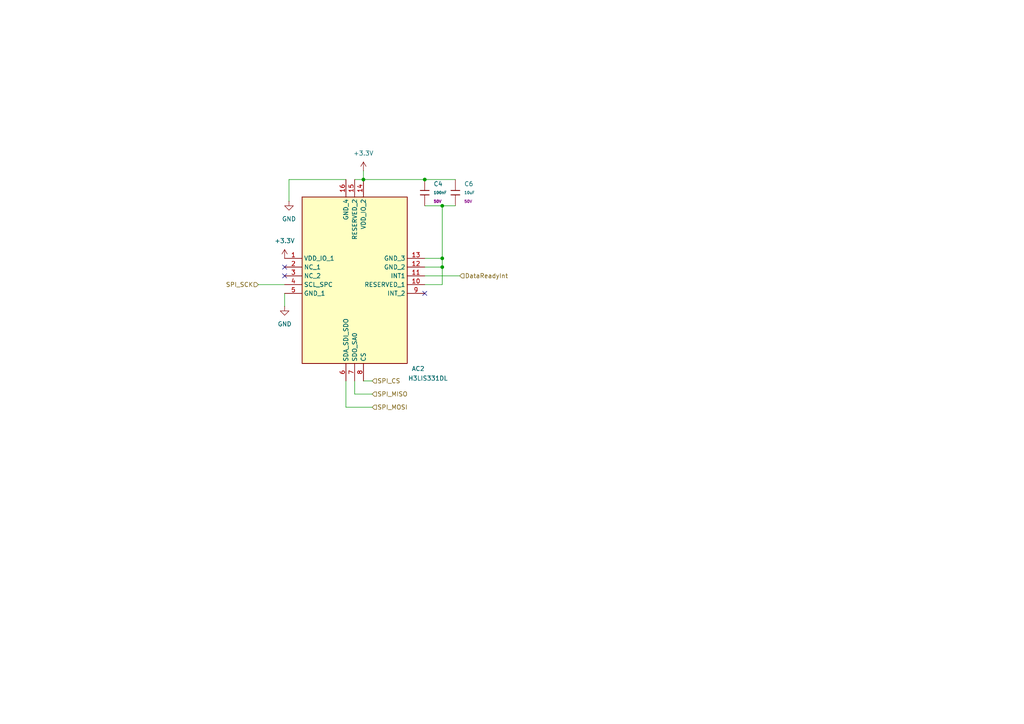
<source format=kicad_sch>
(kicad_sch (version 20250114) (generator "eeschema") (generator_version "9.0")
  (paper "A4")
  (lib_symbols
    (symbol "H3LIS331DL:H3LIS331DL"
      (property "Reference" "AC" (at 36.83 22.86 0))
      (property "Value" "H3LIS331DL" (at 36.83 20.32 0))
      (symbol "H3LIS331DL_1_1"
        (rectangle (start 5.08 17.78) (end 35.56 -30.48) (stroke (width 0.254)) (fill (type background)))
        (pin power_in line (at 0 0 0) (length 5.08) (name "VDD_IO_1") (number "1"))
        (pin passive line (at 0 -2.54 0) (length 5.08) (name "NC_1") (number "2"))
        (pin passive line (at 0 -5.08 0) (length 5.08) (name "NC_2") (number "3"))
        (pin passive line (at 0 -7.62 0) (length 5.08) (name "SCL_SPC") (number "4"))
        (pin power_in line (at 0 -10.16 0) (length 5.08) (name "GND_1") (number "5"))
        (pin power_in line (at 17.78 22.86 270) (length 5.08) (name "GND_4") (number "16"))
        (pin passive line (at 17.78 -35.56 90) (length 5.08) (name "SDA_SDI_SDO") (number "6"))
        (pin passive line (at 20.32 22.86 270) (length 5.08) (name "RESERVED_2") (number "15"))
        (pin passive line (at 20.32 -35.56 90) (length 5.08) (name "SDO_SA0") (number "7"))
        (pin power_in line (at 22.86 22.86 270) (length 5.08) (name "VDD_IO_2") (number "14"))
        (pin input line (at 22.86 -35.56 90) (length 5.08) (name "CS") (number "8"))
        (pin power_in line (at 40.64 0 180) (length 5.08) (name "GND_3") (number "13"))
        (pin power_in line (at 40.64 -2.54 180) (length 5.08) (name "GND_2") (number "12"))
        (pin input line (at 40.64 -5.08 180) (length 5.08) (name "INT1") (number "11"))
        (pin passive line (at 40.64 -7.62 180) (length 5.08) (name "RESERVED_1") (number "10"))
        (pin input line (at 40.64 -10.16 180) (length 5.08) (name "INT_2") (number "9"))
      )
    )
    (symbol "PCM_JLCPCB-Capacitors:0603,100nF" (pin_numbers (hide yes)) (pin_names (offset 0))
      (property "Reference" "C" (at 2.032 1.668 0))
      (property "Value" "100nF" (at 2.032 -0.3782 0))
      (property "Voltage Rated" "50V" (at 2.032 -2.0462 0))
      (symbol "0603,100nF_0_1"
        (polyline (pts (xy -1.27 0.635) (xy 1.27 0.635)) (stroke (width 0.254)))
        (polyline (pts (xy -1.27 -0.635) (xy 1.27 -0.635)) (stroke (width 0.254)))
      )
      (symbol "0603,100nF_1_1"
        (pin passive line (at 0 3.81 270) (length 3.175) (name "~") (number "1"))
        (pin passive line (at 0 -3.81 90) (length 3.175) (name "~") (number "2"))
      )
    )
    (symbol "PCM_JLCPCB-Capacitors:0805,10uF,(2)" (pin_numbers (hide yes)) (pin_names (offset 0))
      (property "Reference" "C" (at 2.032 1.668 0))
      (property "Value" "10uF" (at 2.032 -0.3782 0))
      (property "Voltage Rated" "50V" (at 2.032 -2.0462 0))
      (symbol "0805,10uF,(2)_0_1"
        (polyline (pts (xy -1.27 0.635) (xy 1.27 0.635)) (stroke (width 0.254)))
        (polyline (pts (xy -1.27 -0.635) (xy 1.27 -0.635)) (stroke (width 0.254)))
      )
      (symbol "0805,10uF,(2)_1_1"
        (pin passive line (at 0 3.81 270) (length 3.175) (name "~") (number "1"))
        (pin passive line (at 0 -3.81 90) (length 3.175) (name "~") (number "2"))
      )
    )
    (symbol "power:+3.3V" (power) (pin_numbers (hide yes)) (pin_names (offset 0) (hide yes))
      (property "Value" "+3.3V" (at 0 3.556 0))
      (symbol "+3.3V_0_1"
        (polyline (pts (xy -0.762 1.27) (xy 0 2.54)))
        (polyline (pts (xy 0 2.54) (xy 0.762 1.27)))
        (polyline (pts (xy 0 0) (xy 0 2.54)))
      )
      (symbol "+3.3V_1_1"
        (pin power_in line (at 0 0 90) (length 0) (name "~") (number "1"))
      )
    )
    (symbol "power:GND" (power) (pin_numbers (hide yes)) (pin_names (offset 0) (hide yes))
      (property "Value" "GND" (at 0 -3.81 0))
      (symbol "GND_0_1"
        (polyline (pts (xy 0 0) (xy 0 -1.27) (xy 1.27 -1.27) (xy 0 -2.54) (xy -1.27 -1.27) (xy 0 -1.27)))
      )
      (symbol "GND_1_1"
        (pin power_in line (at 0 0 270) (length 0) (name "~") (number "1"))
      )
    )
  )
  (junction (at 128.27 74.93))
  (junction (at 123.19 52.07))
  (junction (at 128.27 59.69))
  (junction (at 105.41 52.07))
  (junction (at 128.27 77.47))
  (no_connect (at 123.19 85.09))
  (no_connect (at 82.55 77.47))
  (no_connect (at 82.55 80.01))
  (wire (pts (xy 128.27 77.47) (xy 123.19 77.47)))
  (wire (pts (xy 107.95 118.11) (xy 100.33 118.11)))
  (wire (pts (xy 83.82 52.07) (xy 83.82 58.42)))
  (wire (pts (xy 128.27 82.55) (xy 128.27 77.47)))
  (wire (pts (xy 128.27 59.69) (xy 128.27 74.93)))
  (wire (pts (xy 123.19 52.07) (xy 132.08 52.07)))
  (wire (pts (xy 105.41 49.53) (xy 105.41 52.07)))
  (wire (pts (xy 128.27 74.93) (xy 128.27 77.47)))
  (wire (pts (xy 74.93 82.55) (xy 82.55 82.55)))
  (wire (pts (xy 102.87 52.07) (xy 105.41 52.07)))
  (wire (pts (xy 107.95 114.3) (xy 102.87 114.3)))
  (wire (pts (xy 128.27 59.69) (xy 132.08 59.69)))
  (wire (pts (xy 105.41 52.07) (xy 123.19 52.07)))
  (wire (pts (xy 123.19 59.69) (xy 128.27 59.69)))
  (wire (pts (xy 100.33 118.11) (xy 100.33 110.49)))
  (wire (pts (xy 82.55 85.09) (xy 82.55 88.9)))
  (wire (pts (xy 105.41 110.49) (xy 107.95 110.49)))
  (wire (pts (xy 123.19 82.55) (xy 128.27 82.55)))
  (wire (pts (xy 128.27 74.93) (xy 123.19 74.93)))
  (wire (pts (xy 100.33 52.07) (xy 83.82 52.07)))
  (wire (pts (xy 123.19 80.01) (xy 133.35 80.01)))
  (wire (pts (xy 102.87 114.3) (xy 102.87 110.49)))
  (hierarchical_label "SPI_SCK" (shape input) (at 74.93 82.55 180))
  (hierarchical_label "SPI_MOSI" (shape input) (at 107.95 118.11 0))
  (hierarchical_label "SPI_MISO" (shape input) (at 107.95 114.3 0))
  (hierarchical_label "SPI_CS" (shape input) (at 107.95 110.49 0))
  (hierarchical_label "DataReadyInt" (shape input) (at 133.35 80.01 0))
  (symbol (lib_id "power:GND") (at 82.55 88.9 0) (unit 1)
    (property "Reference" "#PWR020" (effects (hide yes)))
    (property "Value" "GND" (at 82.55 93.98 0))
    (property "Description" "Power symbol creates a global label with name \"GND\" , ground" (effects (hide yes)))
    (instances (project "OmniAnt" (path "" (reference "#PWR025") (unit 1)) (path "" (reference "#PWR020") (unit 1))))
  )
  (symbol (lib_id "H3LIS331DL:H3LIS331DL") (at 82.55 74.93 0) (unit 1)
    (property "Reference" "AC" (at 119.38 106.934 0) (effects (justify left)))
    (property "Value" "H3LIS331DL" (at 118.364 109.728 0) (effects (justify left)))
    (property "Footprint" "Footprints:LIS3DHTR" (effects (hide yes)))
    (property "Datasheet" "http://www.st.com/st-web-ui/static/active/en/resource/technical/document/datasheet/DM00053090.pdf" (effects (hide yes)))
    (property "Description" "low-power high-g 3-axis digital accelerometer" (effects (hide yes)))
    (property "Height" "1" (effects (hide yes)))
    (property "Manufacturer_Name" "STMicroelectronics" (effects (hide yes)))
    (property "Manufacturer_Part_Number" "H3LIS331DL" (effects (hide yes)))
    (property "Mouser Part Number" "511-H3LIS331DL" (effects (hide yes)))
    (property "Mouser Price/Stock" "https://www.mouser.co.uk/ProductDetail/STMicroelectronics/H3LIS331DL?qs=TAo1I7FhABscb2spafvd4Q%3D%3D" (effects (hide yes)))
    (property "Arrow Part Number" "H3LIS331DL" (effects (hide yes)))
    (property "Arrow Price/Stock" "https://www.arrow.com/en/products/h3lis331dl/stmicroelectronics?utm_currency=USD&region=europe" (effects (hide yes)))
    (instances (project "OmniAnt" (path "" (reference "AC2") (unit 1))))
  )
  (symbol (lib_id "power:+3.3V") (at 82.55 74.93 0) (unit 1)
    (property "Reference" "#PWR022" (effects (hide yes)))
    (property "Value" "+3.3V" (at 82.55 69.85 0))
    (property "Description" "Power symbol creates a global label with name \"+3.3V\"" (effects (hide yes)))
    (instances (project "OmniAnt" (path "" (reference "#PWR024") (unit 1)) (path "" (reference "#PWR022") (unit 1))))
  )
  (symbol (lib_id "PCM_JLCPCB-Capacitors:0805,10uF,(2)") (at 132.08 55.88 0) (unit 1)
    (property "Reference" "C1" (at 134.62 53.3399 0) (effects (justify left)))
    (property "Value" "10uF" (at 134.62 55.88 0) (effects (font (size 0.8 0.8)) (justify left)))
    (property "Footprint" "PCM_JLCPCB:C_0805" (effects (hide yes)))
    (property "Datasheet" "https://www.lcsc.com/datasheet/lcsc_datasheet_2411041759_Murata-Electronics-GRM21BR61H106KE43L_C440198.pdf" (effects (hide yes)))
    (property "Description" "50V 10uF X5R ±10% 0805 Multilayer Ceramic Capacitors MLCC - SMD/SMT ROHS" (effects (hide yes)))
    (property "LCSC" "C440198" (effects (hide yes)))
    (property "Stock" "1647341" (effects (hide yes)))
    (property "Price" "0.069USD" (effects (hide yes)))
    (property "Process" "SMT" (effects (hide yes)))
    (property "Minimum Qty" "5" (effects (hide yes)))
    (property "Attrition Qty" "4" (effects (hide yes)))
    (property "Class" "Basic Component" (effects (hide yes)))
    (property "Category" "Capacitors,Multilayer Ceramic Capacitors MLCC - SMD/SMT" (effects (hide yes)))
    (property "Manufacturer" "Murata Electronics" (effects (hide yes)))
    (property "Part" "GRM21BR61H106KE43L" (effects (hide yes)))
    (property "Voltage Rated" "50V" (at 134.62 58.42 0) (effects (font (size 0.8 0.8)) (justify left)))
    (property "Tolerance" "±10%" (effects (hide yes)))
    (property "Capacitance" "10uF" (effects (hide yes)))
    (property "Temperature Coefficient" "X5R" (effects (hide yes)))
    (instances (project "OmniAnt" (path "" (reference "C6") (unit 1)) (path "" (reference "C1") (unit 1))))
  )
  (symbol (lib_id "PCM_JLCPCB-Capacitors:0603,100nF") (at 123.19 55.88 0) (unit 1)
    (property "Reference" "C2" (at 125.73 53.3399 0) (effects (justify left)))
    (property "Value" "100nF" (at 125.73 55.88 0) (effects (font (size 0.8 0.8)) (justify left)))
    (property "Footprint" "PCM_JLCPCB:C_0603" (effects (hide yes)))
    (property "Datasheet" "https://www.lcsc.com/datasheet/lcsc_datasheet_2211101700_YAGEO-CC0603KRX7R9BB104_C14663.pdf" (effects (hide yes)))
    (property "Description" "50V 100nF X7R ±10% 0603 Multilayer Ceramic Capacitors MLCC - SMD/SMT ROHS" (effects (hide yes)))
    (property "LCSC" "C14663" (effects (hide yes)))
    (property "Stock" "64667839" (effects (hide yes)))
    (property "Price" "0.006USD" (effects (hide yes)))
    (property "Process" "SMT" (effects (hide yes)))
    (property "Minimum Qty" "20" (effects (hide yes)))
    (property "Attrition Qty" "10" (effects (hide yes)))
    (property "Class" "Basic Component" (effects (hide yes)))
    (property "Category" "Capacitors,Multilayer Ceramic Capacitors MLCC - SMD/SMT" (effects (hide yes)))
    (property "Manufacturer" "YAGEO" (effects (hide yes)))
    (property "Part" "CC0603KRX7R9BB104" (effects (hide yes)))
    (property "Voltage Rated" "50V" (at 125.73 58.42 0) (effects (font (size 0.8 0.8)) (justify left)))
    (property "Tolerance" "±10%" (effects (hide yes)))
    (property "Capacitance" "100nF" (effects (hide yes)))
    (property "Temperature Coefficient" "X7R" (effects (hide yes)))
    (instances (project "OmniAnt" (path "" (reference "C4") (unit 1)) (path "" (reference "C2") (unit 1))))
  )
  (symbol (lib_id "power:GND") (at 83.82 58.42 0) (unit 1)
    (property "Reference" "#PWR023" (effects (hide yes)))
    (property "Value" "GND" (at 83.82 63.5 0))
    (property "Description" "Power symbol creates a global label with name \"GND\" , ground" (effects (hide yes)))
    (instances (project "OmniAnt" (path "" (reference "#PWR026") (unit 1)) (path "" (reference "#PWR023") (unit 1))))
  )
  (symbol (lib_id "power:+3.3V") (at 105.41 49.53 0) (unit 1)
    (property "Reference" "#PWR021" (effects (hide yes)))
    (property "Value" "+3.3V" (at 105.41 44.45 0))
    (property "Description" "Power symbol creates a global label with name \"+3.3V\"" (effects (hide yes)))
    (instances (project "OmniAnt" (path "" (reference "#PWR027") (unit 1)) (path "" (reference "#PWR021") (unit 1))))
  )
)
</source>
